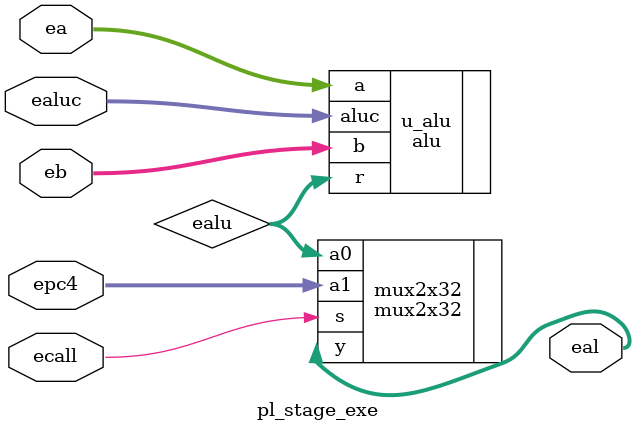
<source format=v>
module pl_stage_exe(ea,eb,epc4,ealuc,ecall,eal);
    input  [31:0] ea, eb, epc4;
    input  [4:0] ealuc;
    input  ecall;
    output [31:0] eal;

    wire [31:0] ealu;
    alu u_alu(
        .a     (ea          ),
        .b     (eb          ),
        .aluc  (ealuc       ),
        .r     (ealu        )
    );

    mux2x32 mux2x32(
        .a0   (ealu        ),
        .a1   (epc4        ),
        .s    (ecall       ),
        .y    (eal         ) 
    );

endmodule
</source>
